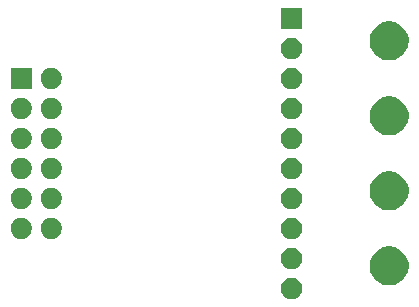
<source format=gbs>
G04 #@! TF.GenerationSoftware,KiCad,Pcbnew,5.1.5-52549c5~86~ubuntu19.10.1*
G04 #@! TF.CreationDate,2020-05-04T22:04:25+01:00*
G04 #@! TF.ProjectId,pmod-dualrs422,706d6f64-2d64-4756-916c-72733432322e,rev?*
G04 #@! TF.SameCoordinates,PXccb7580PY7aec778*
G04 #@! TF.FileFunction,Soldermask,Bot*
G04 #@! TF.FilePolarity,Negative*
%FSLAX46Y46*%
G04 Gerber Fmt 4.6, Leading zero omitted, Abs format (unit mm)*
G04 Created by KiCad (PCBNEW 5.1.5-52549c5~86~ubuntu19.10.1) date 2020-05-04 22:04:25*
%MOMM*%
%LPD*%
G04 APERTURE LIST*
%ADD10C,0.100000*%
G04 APERTURE END LIST*
D10*
G36*
X26783512Y2801073D02*
G01*
X26932812Y2771376D01*
X27096784Y2703456D01*
X27244354Y2604853D01*
X27369853Y2479354D01*
X27468456Y2331784D01*
X27536376Y2167812D01*
X27571000Y1993741D01*
X27571000Y1816259D01*
X27536376Y1642188D01*
X27468456Y1478216D01*
X27369853Y1330646D01*
X27244354Y1205147D01*
X27096784Y1106544D01*
X26932812Y1038624D01*
X26783512Y1008927D01*
X26758742Y1004000D01*
X26581258Y1004000D01*
X26556488Y1008927D01*
X26407188Y1038624D01*
X26243216Y1106544D01*
X26095646Y1205147D01*
X25970147Y1330646D01*
X25871544Y1478216D01*
X25803624Y1642188D01*
X25769000Y1816259D01*
X25769000Y1993741D01*
X25803624Y2167812D01*
X25871544Y2331784D01*
X25970147Y2479354D01*
X26095646Y2604853D01*
X26243216Y2703456D01*
X26407188Y2771376D01*
X26556488Y2801073D01*
X26581258Y2806000D01*
X26758742Y2806000D01*
X26783512Y2801073D01*
G37*
G36*
X35300256Y5418702D02*
G01*
X35406579Y5397553D01*
X35707042Y5273097D01*
X35977451Y5092415D01*
X36207415Y4862451D01*
X36388097Y4592042D01*
X36485762Y4356259D01*
X36512553Y4291578D01*
X36576000Y3972611D01*
X36576000Y3647389D01*
X36555434Y3544000D01*
X36512553Y3328421D01*
X36388097Y3027958D01*
X36207415Y2757549D01*
X35977451Y2527585D01*
X35707042Y2346903D01*
X35406579Y2222447D01*
X35300256Y2201298D01*
X35087611Y2159000D01*
X34762389Y2159000D01*
X34549744Y2201298D01*
X34443421Y2222447D01*
X34142958Y2346903D01*
X33872549Y2527585D01*
X33642585Y2757549D01*
X33461903Y3027958D01*
X33337447Y3328421D01*
X33294566Y3544000D01*
X33274000Y3647389D01*
X33274000Y3972611D01*
X33337447Y4291578D01*
X33364239Y4356259D01*
X33461903Y4592042D01*
X33642585Y4862451D01*
X33872549Y5092415D01*
X34142958Y5273097D01*
X34443421Y5397553D01*
X34549744Y5418702D01*
X34762389Y5461000D01*
X35087611Y5461000D01*
X35300256Y5418702D01*
G37*
G36*
X26783512Y5341073D02*
G01*
X26932812Y5311376D01*
X27096784Y5243456D01*
X27244354Y5144853D01*
X27369853Y5019354D01*
X27468456Y4871784D01*
X27536376Y4707812D01*
X27571000Y4533741D01*
X27571000Y4356259D01*
X27536376Y4182188D01*
X27468456Y4018216D01*
X27369853Y3870646D01*
X27244354Y3745147D01*
X27096784Y3646544D01*
X26932812Y3578624D01*
X26783512Y3548927D01*
X26758742Y3544000D01*
X26581258Y3544000D01*
X26556488Y3548927D01*
X26407188Y3578624D01*
X26243216Y3646544D01*
X26095646Y3745147D01*
X25970147Y3870646D01*
X25871544Y4018216D01*
X25803624Y4182188D01*
X25769000Y4356259D01*
X25769000Y4533741D01*
X25803624Y4707812D01*
X25871544Y4871784D01*
X25970147Y5019354D01*
X26095646Y5144853D01*
X26243216Y5243456D01*
X26407188Y5311376D01*
X26556488Y5341073D01*
X26581258Y5346000D01*
X26758742Y5346000D01*
X26783512Y5341073D01*
G37*
G36*
X26783512Y7881073D02*
G01*
X26932812Y7851376D01*
X27096784Y7783456D01*
X27244354Y7684853D01*
X27369853Y7559354D01*
X27468456Y7411784D01*
X27536376Y7247812D01*
X27571000Y7073741D01*
X27571000Y6896259D01*
X27536376Y6722188D01*
X27468456Y6558216D01*
X27369853Y6410646D01*
X27244354Y6285147D01*
X27096784Y6186544D01*
X26932812Y6118624D01*
X26783512Y6088927D01*
X26758742Y6084000D01*
X26581258Y6084000D01*
X26556488Y6088927D01*
X26407188Y6118624D01*
X26243216Y6186544D01*
X26095646Y6285147D01*
X25970147Y6410646D01*
X25871544Y6558216D01*
X25803624Y6722188D01*
X25769000Y6896259D01*
X25769000Y7073741D01*
X25803624Y7247812D01*
X25871544Y7411784D01*
X25970147Y7559354D01*
X26095646Y7684853D01*
X26243216Y7783456D01*
X26407188Y7851376D01*
X26556488Y7881073D01*
X26581258Y7886000D01*
X26758742Y7886000D01*
X26783512Y7881073D01*
G37*
G36*
X6438032Y7890913D02*
G01*
X6587332Y7861216D01*
X6751304Y7793296D01*
X6898874Y7694693D01*
X7024373Y7569194D01*
X7122976Y7421624D01*
X7190896Y7257652D01*
X7225520Y7083581D01*
X7225520Y6906099D01*
X7190896Y6732028D01*
X7122976Y6568056D01*
X7024373Y6420486D01*
X6898874Y6294987D01*
X6751304Y6196384D01*
X6587332Y6128464D01*
X6438032Y6098767D01*
X6413262Y6093840D01*
X6235778Y6093840D01*
X6211008Y6098767D01*
X6061708Y6128464D01*
X5897736Y6196384D01*
X5750166Y6294987D01*
X5624667Y6420486D01*
X5526064Y6568056D01*
X5458144Y6732028D01*
X5423520Y6906099D01*
X5423520Y7083581D01*
X5458144Y7257652D01*
X5526064Y7421624D01*
X5624667Y7569194D01*
X5750166Y7694693D01*
X5897736Y7793296D01*
X6061708Y7861216D01*
X6211008Y7890913D01*
X6235778Y7895840D01*
X6413262Y7895840D01*
X6438032Y7890913D01*
G37*
G36*
X3898032Y7890913D02*
G01*
X4047332Y7861216D01*
X4211304Y7793296D01*
X4358874Y7694693D01*
X4484373Y7569194D01*
X4582976Y7421624D01*
X4650896Y7257652D01*
X4685520Y7083581D01*
X4685520Y6906099D01*
X4650896Y6732028D01*
X4582976Y6568056D01*
X4484373Y6420486D01*
X4358874Y6294987D01*
X4211304Y6196384D01*
X4047332Y6128464D01*
X3898032Y6098767D01*
X3873262Y6093840D01*
X3695778Y6093840D01*
X3671008Y6098767D01*
X3521708Y6128464D01*
X3357736Y6196384D01*
X3210166Y6294987D01*
X3084667Y6420486D01*
X2986064Y6568056D01*
X2918144Y6732028D01*
X2883520Y6906099D01*
X2883520Y7083581D01*
X2918144Y7257652D01*
X2986064Y7421624D01*
X3084667Y7569194D01*
X3210166Y7694693D01*
X3357736Y7793296D01*
X3521708Y7861216D01*
X3671008Y7890913D01*
X3695778Y7895840D01*
X3873262Y7895840D01*
X3898032Y7890913D01*
G37*
G36*
X35300256Y11768702D02*
G01*
X35406579Y11747553D01*
X35707042Y11623097D01*
X35977451Y11442415D01*
X36207415Y11212451D01*
X36207416Y11212449D01*
X36388098Y10942040D01*
X36512553Y10641578D01*
X36576000Y10322611D01*
X36576000Y9997389D01*
X36536269Y9797651D01*
X36512553Y9678421D01*
X36388097Y9377958D01*
X36207415Y9107549D01*
X35977451Y8877585D01*
X35707042Y8696903D01*
X35406579Y8572447D01*
X35300256Y8551298D01*
X35087611Y8509000D01*
X34762389Y8509000D01*
X34549744Y8551298D01*
X34443421Y8572447D01*
X34142958Y8696903D01*
X33872549Y8877585D01*
X33642585Y9107549D01*
X33461903Y9377958D01*
X33337447Y9678421D01*
X33313731Y9797651D01*
X33274000Y9997389D01*
X33274000Y10322611D01*
X33337447Y10641578D01*
X33461902Y10942040D01*
X33642584Y11212449D01*
X33642585Y11212451D01*
X33872549Y11442415D01*
X34142958Y11623097D01*
X34443421Y11747553D01*
X34549744Y11768702D01*
X34762389Y11811000D01*
X35087611Y11811000D01*
X35300256Y11768702D01*
G37*
G36*
X26783512Y10421073D02*
G01*
X26932812Y10391376D01*
X27096784Y10323456D01*
X27244354Y10224853D01*
X27369853Y10099354D01*
X27468456Y9951784D01*
X27536376Y9787812D01*
X27571000Y9613741D01*
X27571000Y9436259D01*
X27536376Y9262188D01*
X27468456Y9098216D01*
X27369853Y8950646D01*
X27244354Y8825147D01*
X27096784Y8726544D01*
X26932812Y8658624D01*
X26783512Y8628927D01*
X26758742Y8624000D01*
X26581258Y8624000D01*
X26556488Y8628927D01*
X26407188Y8658624D01*
X26243216Y8726544D01*
X26095646Y8825147D01*
X25970147Y8950646D01*
X25871544Y9098216D01*
X25803624Y9262188D01*
X25769000Y9436259D01*
X25769000Y9613741D01*
X25803624Y9787812D01*
X25871544Y9951784D01*
X25970147Y10099354D01*
X26095646Y10224853D01*
X26243216Y10323456D01*
X26407188Y10391376D01*
X26556488Y10421073D01*
X26581258Y10426000D01*
X26758742Y10426000D01*
X26783512Y10421073D01*
G37*
G36*
X6438032Y10430913D02*
G01*
X6587332Y10401216D01*
X6751304Y10333296D01*
X6898874Y10234693D01*
X7024373Y10109194D01*
X7122976Y9961624D01*
X7190896Y9797652D01*
X7225520Y9623581D01*
X7225520Y9446099D01*
X7190896Y9272028D01*
X7122976Y9108056D01*
X7024373Y8960486D01*
X6898874Y8834987D01*
X6751304Y8736384D01*
X6587332Y8668464D01*
X6438032Y8638767D01*
X6413262Y8633840D01*
X6235778Y8633840D01*
X6211008Y8638767D01*
X6061708Y8668464D01*
X5897736Y8736384D01*
X5750166Y8834987D01*
X5624667Y8960486D01*
X5526064Y9108056D01*
X5458144Y9272028D01*
X5423520Y9446099D01*
X5423520Y9623581D01*
X5458144Y9797652D01*
X5526064Y9961624D01*
X5624667Y10109194D01*
X5750166Y10234693D01*
X5897736Y10333296D01*
X6061708Y10401216D01*
X6211008Y10430913D01*
X6235778Y10435840D01*
X6413262Y10435840D01*
X6438032Y10430913D01*
G37*
G36*
X3898032Y10430913D02*
G01*
X4047332Y10401216D01*
X4211304Y10333296D01*
X4358874Y10234693D01*
X4484373Y10109194D01*
X4582976Y9961624D01*
X4650896Y9797652D01*
X4685520Y9623581D01*
X4685520Y9446099D01*
X4650896Y9272028D01*
X4582976Y9108056D01*
X4484373Y8960486D01*
X4358874Y8834987D01*
X4211304Y8736384D01*
X4047332Y8668464D01*
X3898032Y8638767D01*
X3873262Y8633840D01*
X3695778Y8633840D01*
X3671008Y8638767D01*
X3521708Y8668464D01*
X3357736Y8736384D01*
X3210166Y8834987D01*
X3084667Y8960486D01*
X2986064Y9108056D01*
X2918144Y9272028D01*
X2883520Y9446099D01*
X2883520Y9623581D01*
X2918144Y9797652D01*
X2986064Y9961624D01*
X3084667Y10109194D01*
X3210166Y10234693D01*
X3357736Y10333296D01*
X3521708Y10401216D01*
X3671008Y10430913D01*
X3695778Y10435840D01*
X3873262Y10435840D01*
X3898032Y10430913D01*
G37*
G36*
X26783512Y12961073D02*
G01*
X26932812Y12931376D01*
X27096784Y12863456D01*
X27244354Y12764853D01*
X27369853Y12639354D01*
X27468456Y12491784D01*
X27536376Y12327812D01*
X27571000Y12153741D01*
X27571000Y11976259D01*
X27536376Y11802188D01*
X27468456Y11638216D01*
X27369853Y11490646D01*
X27244354Y11365147D01*
X27096784Y11266544D01*
X26932812Y11198624D01*
X26783512Y11168927D01*
X26758742Y11164000D01*
X26581258Y11164000D01*
X26556488Y11168927D01*
X26407188Y11198624D01*
X26243216Y11266544D01*
X26095646Y11365147D01*
X25970147Y11490646D01*
X25871544Y11638216D01*
X25803624Y11802188D01*
X25769000Y11976259D01*
X25769000Y12153741D01*
X25803624Y12327812D01*
X25871544Y12491784D01*
X25970147Y12639354D01*
X26095646Y12764853D01*
X26243216Y12863456D01*
X26407188Y12931376D01*
X26556488Y12961073D01*
X26581258Y12966000D01*
X26758742Y12966000D01*
X26783512Y12961073D01*
G37*
G36*
X6438032Y12970913D02*
G01*
X6587332Y12941216D01*
X6751304Y12873296D01*
X6898874Y12774693D01*
X7024373Y12649194D01*
X7122976Y12501624D01*
X7190896Y12337652D01*
X7225520Y12163581D01*
X7225520Y11986099D01*
X7190896Y11812028D01*
X7122976Y11648056D01*
X7024373Y11500486D01*
X6898874Y11374987D01*
X6751304Y11276384D01*
X6587332Y11208464D01*
X6438032Y11178767D01*
X6413262Y11173840D01*
X6235778Y11173840D01*
X6211008Y11178767D01*
X6061708Y11208464D01*
X5897736Y11276384D01*
X5750166Y11374987D01*
X5624667Y11500486D01*
X5526064Y11648056D01*
X5458144Y11812028D01*
X5423520Y11986099D01*
X5423520Y12163581D01*
X5458144Y12337652D01*
X5526064Y12501624D01*
X5624667Y12649194D01*
X5750166Y12774693D01*
X5897736Y12873296D01*
X6061708Y12941216D01*
X6211008Y12970913D01*
X6235778Y12975840D01*
X6413262Y12975840D01*
X6438032Y12970913D01*
G37*
G36*
X3898032Y12970913D02*
G01*
X4047332Y12941216D01*
X4211304Y12873296D01*
X4358874Y12774693D01*
X4484373Y12649194D01*
X4582976Y12501624D01*
X4650896Y12337652D01*
X4685520Y12163581D01*
X4685520Y11986099D01*
X4650896Y11812028D01*
X4582976Y11648056D01*
X4484373Y11500486D01*
X4358874Y11374987D01*
X4211304Y11276384D01*
X4047332Y11208464D01*
X3898032Y11178767D01*
X3873262Y11173840D01*
X3695778Y11173840D01*
X3671008Y11178767D01*
X3521708Y11208464D01*
X3357736Y11276384D01*
X3210166Y11374987D01*
X3084667Y11500486D01*
X2986064Y11648056D01*
X2918144Y11812028D01*
X2883520Y11986099D01*
X2883520Y12163581D01*
X2918144Y12337652D01*
X2986064Y12501624D01*
X3084667Y12649194D01*
X3210166Y12774693D01*
X3357736Y12873296D01*
X3521708Y12941216D01*
X3671008Y12970913D01*
X3695778Y12975840D01*
X3873262Y12975840D01*
X3898032Y12970913D01*
G37*
G36*
X26783512Y15501073D02*
G01*
X26932812Y15471376D01*
X27096784Y15403456D01*
X27244354Y15304853D01*
X27369853Y15179354D01*
X27468456Y15031784D01*
X27536376Y14867812D01*
X27571000Y14693741D01*
X27571000Y14516259D01*
X27536376Y14342188D01*
X27468456Y14178216D01*
X27369853Y14030646D01*
X27244354Y13905147D01*
X27096784Y13806544D01*
X26932812Y13738624D01*
X26783512Y13708927D01*
X26758742Y13704000D01*
X26581258Y13704000D01*
X26556488Y13708927D01*
X26407188Y13738624D01*
X26243216Y13806544D01*
X26095646Y13905147D01*
X25970147Y14030646D01*
X25871544Y14178216D01*
X25803624Y14342188D01*
X25769000Y14516259D01*
X25769000Y14693741D01*
X25803624Y14867812D01*
X25871544Y15031784D01*
X25970147Y15179354D01*
X26095646Y15304853D01*
X26243216Y15403456D01*
X26407188Y15471376D01*
X26556488Y15501073D01*
X26581258Y15506000D01*
X26758742Y15506000D01*
X26783512Y15501073D01*
G37*
G36*
X6438032Y15510913D02*
G01*
X6587332Y15481216D01*
X6751304Y15413296D01*
X6898874Y15314693D01*
X7024373Y15189194D01*
X7122976Y15041624D01*
X7190896Y14877652D01*
X7225520Y14703581D01*
X7225520Y14526099D01*
X7190896Y14352028D01*
X7122976Y14188056D01*
X7024373Y14040486D01*
X6898874Y13914987D01*
X6751304Y13816384D01*
X6587332Y13748464D01*
X6438032Y13718767D01*
X6413262Y13713840D01*
X6235778Y13713840D01*
X6211008Y13718767D01*
X6061708Y13748464D01*
X5897736Y13816384D01*
X5750166Y13914987D01*
X5624667Y14040486D01*
X5526064Y14188056D01*
X5458144Y14352028D01*
X5423520Y14526099D01*
X5423520Y14703581D01*
X5458144Y14877652D01*
X5526064Y15041624D01*
X5624667Y15189194D01*
X5750166Y15314693D01*
X5897736Y15413296D01*
X6061708Y15481216D01*
X6211008Y15510913D01*
X6235778Y15515840D01*
X6413262Y15515840D01*
X6438032Y15510913D01*
G37*
G36*
X3898032Y15510913D02*
G01*
X4047332Y15481216D01*
X4211304Y15413296D01*
X4358874Y15314693D01*
X4484373Y15189194D01*
X4582976Y15041624D01*
X4650896Y14877652D01*
X4685520Y14703581D01*
X4685520Y14526099D01*
X4650896Y14352028D01*
X4582976Y14188056D01*
X4484373Y14040486D01*
X4358874Y13914987D01*
X4211304Y13816384D01*
X4047332Y13748464D01*
X3898032Y13718767D01*
X3873262Y13713840D01*
X3695778Y13713840D01*
X3671008Y13718767D01*
X3521708Y13748464D01*
X3357736Y13816384D01*
X3210166Y13914987D01*
X3084667Y14040486D01*
X2986064Y14188056D01*
X2918144Y14352028D01*
X2883520Y14526099D01*
X2883520Y14703581D01*
X2918144Y14877652D01*
X2986064Y15041624D01*
X3084667Y15189194D01*
X3210166Y15314693D01*
X3357736Y15413296D01*
X3521708Y15481216D01*
X3671008Y15510913D01*
X3695778Y15515840D01*
X3873262Y15515840D01*
X3898032Y15510913D01*
G37*
G36*
X35300256Y18118702D02*
G01*
X35406579Y18097553D01*
X35707042Y17973097D01*
X35977451Y17792415D01*
X36207415Y17562451D01*
X36388097Y17292042D01*
X36485762Y17056259D01*
X36512553Y16991578D01*
X36576000Y16672611D01*
X36576000Y16347389D01*
X36557392Y16253840D01*
X36512553Y16028421D01*
X36388097Y15727958D01*
X36207415Y15457549D01*
X35977451Y15227585D01*
X35707042Y15046903D01*
X35707041Y15046902D01*
X35707040Y15046902D01*
X35694293Y15041622D01*
X35406579Y14922447D01*
X35300256Y14901298D01*
X35087611Y14859000D01*
X34762389Y14859000D01*
X34549744Y14901298D01*
X34443421Y14922447D01*
X34155707Y15041622D01*
X34142960Y15046902D01*
X34142959Y15046902D01*
X34142958Y15046903D01*
X33872549Y15227585D01*
X33642585Y15457549D01*
X33461903Y15727958D01*
X33337447Y16028421D01*
X33292608Y16253840D01*
X33274000Y16347389D01*
X33274000Y16672611D01*
X33337447Y16991578D01*
X33364239Y17056259D01*
X33461903Y17292042D01*
X33642585Y17562451D01*
X33872549Y17792415D01*
X34142958Y17973097D01*
X34443421Y18097553D01*
X34549744Y18118702D01*
X34762389Y18161000D01*
X35087611Y18161000D01*
X35300256Y18118702D01*
G37*
G36*
X26783512Y18041073D02*
G01*
X26932812Y18011376D01*
X27096784Y17943456D01*
X27244354Y17844853D01*
X27369853Y17719354D01*
X27468456Y17571784D01*
X27536376Y17407812D01*
X27571000Y17233741D01*
X27571000Y17056259D01*
X27536376Y16882188D01*
X27468456Y16718216D01*
X27369853Y16570646D01*
X27244354Y16445147D01*
X27096784Y16346544D01*
X26932812Y16278624D01*
X26783512Y16248927D01*
X26758742Y16244000D01*
X26581258Y16244000D01*
X26556488Y16248927D01*
X26407188Y16278624D01*
X26243216Y16346544D01*
X26095646Y16445147D01*
X25970147Y16570646D01*
X25871544Y16718216D01*
X25803624Y16882188D01*
X25769000Y17056259D01*
X25769000Y17233741D01*
X25803624Y17407812D01*
X25871544Y17571784D01*
X25970147Y17719354D01*
X26095646Y17844853D01*
X26243216Y17943456D01*
X26407188Y18011376D01*
X26556488Y18041073D01*
X26581258Y18046000D01*
X26758742Y18046000D01*
X26783512Y18041073D01*
G37*
G36*
X3898032Y18050913D02*
G01*
X4047332Y18021216D01*
X4211304Y17953296D01*
X4358874Y17854693D01*
X4484373Y17729194D01*
X4582976Y17581624D01*
X4650896Y17417652D01*
X4685520Y17243581D01*
X4685520Y17066099D01*
X4650896Y16892028D01*
X4582976Y16728056D01*
X4484373Y16580486D01*
X4358874Y16454987D01*
X4211304Y16356384D01*
X4047332Y16288464D01*
X3898032Y16258767D01*
X3873262Y16253840D01*
X3695778Y16253840D01*
X3671008Y16258767D01*
X3521708Y16288464D01*
X3357736Y16356384D01*
X3210166Y16454987D01*
X3084667Y16580486D01*
X2986064Y16728056D01*
X2918144Y16892028D01*
X2883520Y17066099D01*
X2883520Y17243581D01*
X2918144Y17417652D01*
X2986064Y17581624D01*
X3084667Y17729194D01*
X3210166Y17854693D01*
X3357736Y17953296D01*
X3521708Y18021216D01*
X3671008Y18050913D01*
X3695778Y18055840D01*
X3873262Y18055840D01*
X3898032Y18050913D01*
G37*
G36*
X6438032Y18050913D02*
G01*
X6587332Y18021216D01*
X6751304Y17953296D01*
X6898874Y17854693D01*
X7024373Y17729194D01*
X7122976Y17581624D01*
X7190896Y17417652D01*
X7225520Y17243581D01*
X7225520Y17066099D01*
X7190896Y16892028D01*
X7122976Y16728056D01*
X7024373Y16580486D01*
X6898874Y16454987D01*
X6751304Y16356384D01*
X6587332Y16288464D01*
X6438032Y16258767D01*
X6413262Y16253840D01*
X6235778Y16253840D01*
X6211008Y16258767D01*
X6061708Y16288464D01*
X5897736Y16356384D01*
X5750166Y16454987D01*
X5624667Y16580486D01*
X5526064Y16728056D01*
X5458144Y16892028D01*
X5423520Y17066099D01*
X5423520Y17243581D01*
X5458144Y17417652D01*
X5526064Y17581624D01*
X5624667Y17729194D01*
X5750166Y17854693D01*
X5897736Y17953296D01*
X6061708Y18021216D01*
X6211008Y18050913D01*
X6235778Y18055840D01*
X6413262Y18055840D01*
X6438032Y18050913D01*
G37*
G36*
X26783512Y20581073D02*
G01*
X26932812Y20551376D01*
X27096784Y20483456D01*
X27244354Y20384853D01*
X27369853Y20259354D01*
X27468456Y20111784D01*
X27536376Y19947812D01*
X27571000Y19773741D01*
X27571000Y19596259D01*
X27536376Y19422188D01*
X27468456Y19258216D01*
X27369853Y19110646D01*
X27244354Y18985147D01*
X27096784Y18886544D01*
X26932812Y18818624D01*
X26783512Y18788927D01*
X26758742Y18784000D01*
X26581258Y18784000D01*
X26556488Y18788927D01*
X26407188Y18818624D01*
X26243216Y18886544D01*
X26095646Y18985147D01*
X25970147Y19110646D01*
X25871544Y19258216D01*
X25803624Y19422188D01*
X25769000Y19596259D01*
X25769000Y19773741D01*
X25803624Y19947812D01*
X25871544Y20111784D01*
X25970147Y20259354D01*
X26095646Y20384853D01*
X26243216Y20483456D01*
X26407188Y20551376D01*
X26556488Y20581073D01*
X26581258Y20586000D01*
X26758742Y20586000D01*
X26783512Y20581073D01*
G37*
G36*
X6438032Y20590913D02*
G01*
X6587332Y20561216D01*
X6751304Y20493296D01*
X6898874Y20394693D01*
X7024373Y20269194D01*
X7122976Y20121624D01*
X7190896Y19957652D01*
X7225520Y19783581D01*
X7225520Y19606099D01*
X7190896Y19432028D01*
X7122976Y19268056D01*
X7024373Y19120486D01*
X6898874Y18994987D01*
X6751304Y18896384D01*
X6587332Y18828464D01*
X6438032Y18798767D01*
X6413262Y18793840D01*
X6235778Y18793840D01*
X6211008Y18798767D01*
X6061708Y18828464D01*
X5897736Y18896384D01*
X5750166Y18994987D01*
X5624667Y19120486D01*
X5526064Y19268056D01*
X5458144Y19432028D01*
X5423520Y19606099D01*
X5423520Y19783581D01*
X5458144Y19957652D01*
X5526064Y20121624D01*
X5624667Y20269194D01*
X5750166Y20394693D01*
X5897736Y20493296D01*
X6061708Y20561216D01*
X6211008Y20590913D01*
X6235778Y20595840D01*
X6413262Y20595840D01*
X6438032Y20590913D01*
G37*
G36*
X4685520Y18793840D02*
G01*
X2883520Y18793840D01*
X2883520Y20595840D01*
X4685520Y20595840D01*
X4685520Y18793840D01*
G37*
G36*
X35300256Y24468702D02*
G01*
X35406579Y24447553D01*
X35707042Y24323097D01*
X35977451Y24142415D01*
X36207415Y23912451D01*
X36207416Y23912449D01*
X36388098Y23642040D01*
X36512553Y23341578D01*
X36576000Y23022611D01*
X36576000Y22697389D01*
X36566928Y22651782D01*
X36512553Y22378421D01*
X36388097Y22077958D01*
X36207415Y21807549D01*
X35977451Y21577585D01*
X35707042Y21396903D01*
X35406579Y21272447D01*
X35300256Y21251298D01*
X35087611Y21209000D01*
X34762389Y21209000D01*
X34549744Y21251298D01*
X34443421Y21272447D01*
X34142958Y21396903D01*
X33872549Y21577585D01*
X33642585Y21807549D01*
X33461903Y22077958D01*
X33337447Y22378421D01*
X33283072Y22651782D01*
X33274000Y22697389D01*
X33274000Y23022611D01*
X33337447Y23341578D01*
X33461902Y23642040D01*
X33642584Y23912449D01*
X33642585Y23912451D01*
X33872549Y24142415D01*
X34142958Y24323097D01*
X34443421Y24447553D01*
X34549744Y24468702D01*
X34762389Y24511000D01*
X35087611Y24511000D01*
X35300256Y24468702D01*
G37*
G36*
X26783512Y23121073D02*
G01*
X26932812Y23091376D01*
X27096784Y23023456D01*
X27244354Y22924853D01*
X27369853Y22799354D01*
X27468456Y22651784D01*
X27536376Y22487812D01*
X27571000Y22313741D01*
X27571000Y22136259D01*
X27536376Y21962188D01*
X27468456Y21798216D01*
X27369853Y21650646D01*
X27244354Y21525147D01*
X27096784Y21426544D01*
X26932812Y21358624D01*
X26783512Y21328927D01*
X26758742Y21324000D01*
X26581258Y21324000D01*
X26556488Y21328927D01*
X26407188Y21358624D01*
X26243216Y21426544D01*
X26095646Y21525147D01*
X25970147Y21650646D01*
X25871544Y21798216D01*
X25803624Y21962188D01*
X25769000Y22136259D01*
X25769000Y22313741D01*
X25803624Y22487812D01*
X25871544Y22651784D01*
X25970147Y22799354D01*
X26095646Y22924853D01*
X26243216Y23023456D01*
X26407188Y23091376D01*
X26556488Y23121073D01*
X26581258Y23126000D01*
X26758742Y23126000D01*
X26783512Y23121073D01*
G37*
G36*
X27571000Y23864000D02*
G01*
X25769000Y23864000D01*
X25769000Y25666000D01*
X27571000Y25666000D01*
X27571000Y23864000D01*
G37*
M02*

</source>
